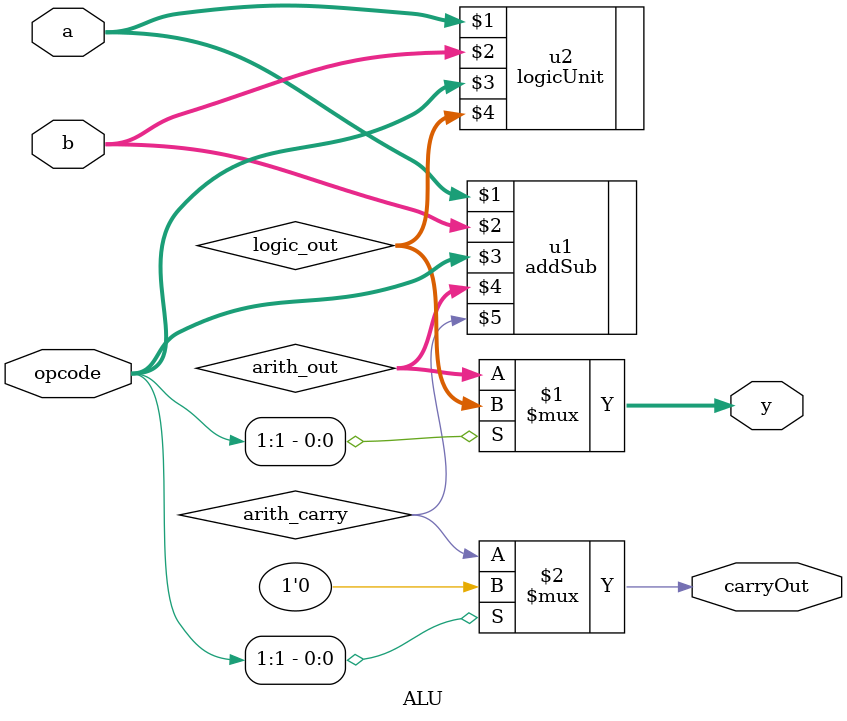
<source format=v>
module ALU(
    input  [3:0] a, b,
    input  [1:0] opcode,
    output [3:0] y,
    output carryOut
);
    wire [3:0] arith_out, logic_out;
    wire arith_carry;

    // Arithmetic Unit (00=add, 01=sub)
    addSub u1(a, b, opcode, arith_out, arith_carry);

    // Logic Unit (10=AND, 11=OR)
    logicUnit u2(a, b, opcode, logic_out);

    // Final mux: opcode[1] decides arithmetic(0) vs logic(1)
    assign y       = (opcode[1]) ? logic_out : arith_out;
    assign carryOut = (opcode[1]) ? 1'b0 : arith_carry;

endmodule

</source>
